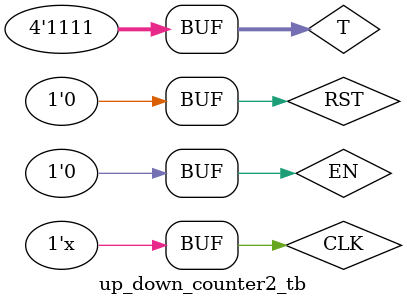
<source format=v>
module t_ff(
    input clk,rst,
    input  t,
    output reg q,
    output qb
);

always@(posedge clk or posedge rst)
begin
    if(rst)
            q<=0;
         else
            begin
                if(t)
                 q<=~q;
                else
                 q<=q;
            end
        
end
assign qb=~q;

endmodule

module up_down_counter2 (input clk,rst,en,
input [3:0]t,
output [3:0] q,qb );

t_ff d0(.clk(clk),   .rst(rst), .t(t[0]), .q(q[0]), .qb(qb[0]));
t_ff d1(.clk(q[0]^en), .rst(rst), .t(t[1]), .q(q[1]), .qb(qb[1]));
t_ff d2(.clk(q[1]^en), .rst(rst), .t(t[2]), .q(q[2]), .qb(qb[2]));
t_ff d3(.clk(q[2]^en), .rst(rst), .t(t[3]), .q(q[3]), .qb(qb[3]));


endmodule

module up_down_counter2_tb;
wire [3:0]Q,QB;
reg [3:0]T;
reg CLK,RST,EN;

up_down_counter2 dut (.clk(CLK), .rst(RST),
.t(T),
.q(Q), .qb(QB), .en(EN) );

initial begin
     $monitor("%t)\tEN=%D\tCOUNT=%B(%D)\t",$time,EN,Q,Q);
    CLK=0;RST=1;T=4'b1111;EN=0;
    #5RST=0;EN=1;
    #165 EN=0;
end
always #5 CLK=~CLK;
endmodule

</source>
